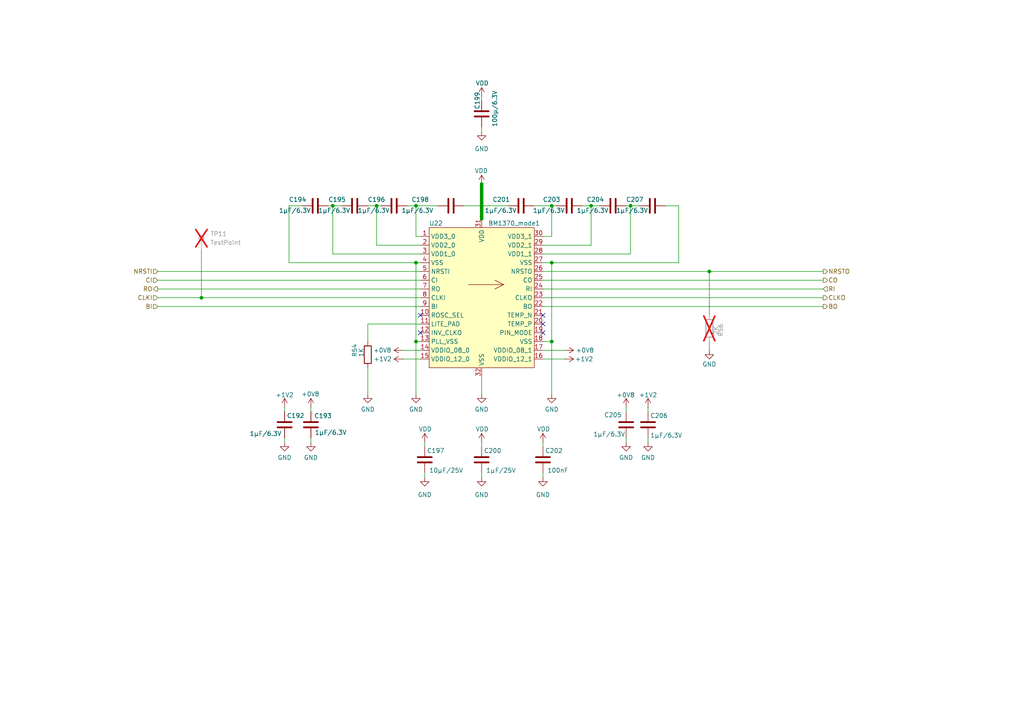
<source format=kicad_sch>
(kicad_sch (version 20231120) (generator "eeschema") (generator_version "8.0")
  (paper "A4")
  (lib_symbols
    (symbol "Connector:TestPoint" (pin_numbers hide) (pin_names (offset 0.762) hide)
      (property "Reference" "TP" (at 0 6.858 0))
      (property "Value" "TestPoint" (at 0 5.08 0))
      (symbol "TestPoint_0_1"
        (circle (center 0 3.302) (radius 0.762))
      )
      (symbol "TestPoint_1_1"
        (pin passive line (at 0 0 90) (length 2.54) (name "1") (number "1"))
      )
    )
    (symbol "Device:C" (pin_numbers hide) (pin_names (offset 0.254))
      (property "Reference" "C" (at 0.635 2.54 0))
      (property "Value" "C" (at 0.635 -2.54 0))
      (symbol "C_0_1"
        (polyline (pts (xy -2.032 -0.762) (xy 2.032 -0.762)) (stroke (width 0.508)))
        (polyline (pts (xy -2.032 0.762) (xy 2.032 0.762)) (stroke (width 0.508)))
      )
      (symbol "C_1_1"
        (pin passive line (at 0 3.81 270) (length 2.794) (name "~") (number "1"))
        (pin passive line (at 0 -3.81 90) (length 2.794) (name "~") (number "2"))
      )
    )
    (symbol "Device:R" (pin_numbers hide) (pin_names (offset 0))
      (property "Reference" "R" (at 2.032 0 90))
      (property "Value" "R" (at 0 0 90))
      (symbol "R_0_1"
        (rectangle (start -1.016 -2.54) (end 1.016 2.54) (stroke (width 0.254)))
      )
      (symbol "R_1_1"
        (pin passive line (at 0 3.81 270) (length 1.27) (name "~") (number "1"))
        (pin passive line (at 0 -3.81 90) (length 1.27) (name "~") (number "2"))
      )
    )
    (symbol "GND_7" (power) (pin_names (offset 0))
      (property "Value" "GND_7" (at 0 -3.81 0))
      (symbol "GND_7_0_1"
        (polyline (pts (xy 0 0) (xy 0 -1.27) (xy 1.27 -1.27) (xy 0 -2.54) (xy -1.27 -1.27) (xy 0 -1.27)))
      )
      (symbol "GND_7_1_1"
        (pin power_in line (at 0 0 270) (length 0) hide (name "GND") (number "1"))
      )
    )
    (symbol "bitaxe:BM1370_mode1"
      (property "Reference" "U4" (at -15.24 21.59 0))
      (property "Value" "BM1370_mode1" (at 1.905 21.59 0))
      (symbol "BM1370_mode1_0_1"
        (rectangle (start -15.24 20.32) (end 15.24 -20.32) (fill (type background)))
        (polyline (pts (xy -3.81 3.81) (xy 6.35 3.81)))
        (polyline (pts (xy 3.81 2.54) (xy 6.35 3.81)))
        (polyline (pts (xy 3.81 5.08) (xy 6.35 3.81)))
      )
      (symbol "BM1370_mode1_1_1"
        (pin power_in line (at -17.78 17.78 0) (length 2.54) (name "VDD3_0") (number "1"))
        (pin unspecified line (at -17.78 -5.08 0) (length 2.54) (name "ROSC_SEL") (number "10"))
        (pin unspecified line (at -17.78 -7.62 0) (length 2.54) (name "LITE_PAD") (number "11"))
        (pin unspecified line (at -17.78 -10.16 0) (length 2.54) (name "INV_CLKO") (number "12"))
        (pin power_in line (at -17.78 -12.7 0) (length 2.54) (name "PLL_VSS") (number "13"))
        (pin power_in line (at -17.78 -15.24 0) (length 2.54) (name "VDDIO_08_0") (number "14"))
        (pin power_in line (at -17.78 -17.78 0) (length 2.54) (name "VDDIO_12_0") (number "15"))
        (pin power_in line (at 17.78 -17.78 180) (length 2.54) (name "VDDIO_12_1") (number "16"))
        (pin power_in line (at 17.78 -15.24 180) (length 2.54) (name "VDDIO_08_1") (number "17"))
        (pin power_in line (at 17.78 -12.7 180) (length 2.54) (name "VSS") (number "18"))
        (pin input line (at 17.78 -10.16 180) (length 2.54) (name "PIN_MODE") (number "19"))
        (pin power_in line (at -17.78 15.24 0) (length 2.54) (name "VDD2_0") (number "2"))
        (pin unspecified line (at 17.78 -7.62 180) (length 2.54) (name "TEMP_P") (number "20"))
        (pin unspecified line (at 17.78 -5.08 180) (length 2.54) (name "TEMP_N") (number "21"))
        (pin output line (at 17.78 -2.54 180) (length 2.54) (name "BO") (number "22"))
        (pin output line (at 17.78 0 180) (length 2.54) (name "CLKO") (number "23"))
        (pin input line (at 17.78 2.54 180) (length 2.54) (name "RI") (number "24"))
        (pin output line (at 17.78 5.08 180) (length 2.54) (name "CO") (number "25"))
        (pin output line (at 17.78 7.62 180) (length 2.54) (name "NRSTO") (number "26"))
        (pin power_in line (at 17.78 10.16 180) (length 2.54) (name "VSS") (number "27"))
        (pin power_in line (at 17.78 12.7 180) (length 2.54) (name "VDD1_1") (number "28"))
        (pin power_in line (at 17.78 15.24 180) (length 2.54) (name "VDD2_1") (number "29"))
        (pin power_in line (at -17.78 12.7 0) (length 2.54) (name "VDD1_0") (number "3"))
        (pin power_in line (at 17.78 17.78 180) (length 2.54) (name "VDD3_1") (number "30"))
        (pin power_in line (at 0 22.86 270) (length 2.54) (name "VDD") (number "31"))
        (pin power_in line (at 0 -22.86 90) (length 2.54) (name "VSS") (number "32"))
        (pin power_in line (at -17.78 10.16 0) (length 2.54) (name "VSS") (number "4"))
        (pin input line (at -17.78 7.62 0) (length 2.54) (name "NRSTI") (number "5"))
        (pin input line (at -17.78 5.08 0) (length 2.54) (name "CI") (number "6"))
        (pin output line (at -17.78 2.54 0) (length 2.54) (name "RO") (number "7"))
        (pin input line (at -17.78 0 0) (length 2.54) (name "CLKI") (number "8"))
        (pin input line (at -17.78 -2.54 0) (length 2.54) (name "BI") (number "9"))
      )
    )
    (symbol "mylib7:+0V8" (power) (exclude_from_sim yes) (in_bom no) (on_board no)
      (property "Value" "+0V8" (at 0 3.175 90))
      (symbol "+0V8_0_1"
        (polyline (pts (xy -0.762 1.27) (xy 0 2.54)))
        (polyline (pts (xy 0 0) (xy 0 2.54)))
        (polyline (pts (xy 0 2.54) (xy 0.762 1.27)))
      )
      (symbol "+0V8_1_1"
        (pin power_in line (at 0 0 90) (length 0) hide (name "+0V8") (number "1"))
      )
    )
    (symbol "power:+1V2" (power) (pin_numbers hide) (pin_names (offset 0) hide)
      (property "Value" "+1V2" (at 0 3.556 0))
      (symbol "+1V2_0_1"
        (polyline (pts (xy -0.762 1.27) (xy 0 2.54)))
        (polyline (pts (xy 0 0) (xy 0 2.54)))
        (polyline (pts (xy 0 2.54) (xy 0.762 1.27)))
      )
      (symbol "+1V2_1_1"
        (pin power_in line (at 0 0 90) (length 0) (name "~") (number "1"))
      )
    )
    (symbol "power:GND" (power) (pin_names (offset 0))
      (property "Value" "GND" (at 0 -3.81 0))
      (symbol "GND_0_1"
        (polyline (pts (xy 0 0) (xy 0 -1.27) (xy 1.27 -1.27) (xy 0 -2.54) (xy -1.27 -1.27) (xy 0 -1.27)))
      )
      (symbol "GND_1_1"
        (pin power_in line (at 0 0 270) (length 0) hide (name "GND") (number "1"))
      )
    )
    (symbol "power:VDD" (power) (pin_numbers hide) (pin_names (offset 0) hide)
      (property "Value" "VDD" (at 0 3.556 0))
      (symbol "VDD_0_1"
        (polyline (pts (xy -0.762 1.27) (xy 0 2.54)))
        (polyline (pts (xy 0 0) (xy 0 2.54)))
        (polyline (pts (xy 0 2.54) (xy 0.762 1.27)))
      )
      (symbol "VDD_1_1"
        (pin power_in line (at 0 0 90) (length 0) (name "~") (number "1"))
      )
    )
  )
  (junction (at 109.22 59.69))
  (junction (at 160.02 59.69))
  (junction (at 120.65 99.06))
  (junction (at 205.74 78.74))
  (junction (at 139.7 59.69))
  (junction (at 120.65 59.69))
  (junction (at 171.45 59.69))
  (junction (at 160.02 76.2))
  (junction (at 120.65 76.2))
  (junction (at 58.42 86.36))
  (junction (at 160.02 99.06))
  (junction (at 182.88 59.69))
  (junction (at 96.52 59.69))
  (no_connect (at 157.48 91.44))
  (no_connect (at 157.48 96.52))
  (no_connect (at 157.48 93.98))
  (no_connect (at 121.92 91.44))
  (no_connect (at 121.92 96.52))
  (wire (pts (xy 157.48 73.66) (xy 182.88 73.66)))
  (wire (pts (xy 157.48 137.16) (xy 157.48 138.43)))
  (wire (pts (xy 196.85 59.69) (xy 193.04 59.69)))
  (wire (pts (xy 116.84 104.14) (xy 121.92 104.14)))
  (wire (pts (xy 139.7 137.16) (xy 139.7 138.43)))
  (wire (pts (xy 139.7 59.69) (xy 139.7 63.5)) (stroke (width 1)))
  (wire (pts (xy 139.7 109.22) (xy 139.7 114.3)))
  (wire (pts (xy 196.85 76.2) (xy 196.85 59.69)))
  (wire (pts (xy 181.61 59.69) (xy 182.88 59.69)))
  (wire (pts (xy 160.02 76.2) (xy 196.85 76.2)))
  (wire (pts (xy 160.02 99.06) (xy 160.02 114.3)))
  (wire (pts (xy 120.65 99.06) (xy 120.65 114.3)))
  (wire (pts (xy 120.65 76.2) (xy 120.65 99.06)))
  (wire (pts (xy 120.65 76.2) (xy 83.82 76.2)))
  (wire (pts (xy 90.17 118.11) (xy 90.17 119.38)))
  (wire (pts (xy 106.68 93.98) (xy 106.68 99.06)))
  (wire (pts (xy 109.22 59.69) (xy 110.49 59.69)))
  (wire (pts (xy 157.48 88.9) (xy 238.76 88.9)))
  (wire (pts (xy 187.96 118.11) (xy 187.96 119.38)))
  (wire (pts (xy 139.7 59.69) (xy 139.7 63.5)))
  (wire (pts (xy 154.94 59.69) (xy 160.02 59.69)))
  (wire (pts (xy 58.42 72.39) (xy 58.42 86.36)))
  (wire (pts (xy 157.48 68.58) (xy 160.02 68.58)))
  (wire (pts (xy 181.61 118.11) (xy 181.61 119.38)))
  (wire (pts (xy 83.82 76.2) (xy 83.82 59.69)))
  (wire (pts (xy 139.7 27.94) (xy 139.7 29.21)))
  (wire (pts (xy 171.45 71.12) (xy 171.45 59.69)))
  (wire (pts (xy 96.52 59.69) (xy 99.06 59.69)))
  (wire (pts (xy 157.48 101.6) (xy 163.83 101.6)))
  (wire (pts (xy 120.65 59.69) (xy 127 59.69)))
  (wire (pts (xy 181.61 127) (xy 181.61 128.27)))
  (wire (pts (xy 106.68 93.98) (xy 121.92 93.98)))
  (wire (pts (xy 96.52 73.66) (xy 121.92 73.66)))
  (wire (pts (xy 157.48 76.2) (xy 160.02 76.2)))
  (wire (pts (xy 96.52 73.66) (xy 96.52 59.69)))
  (wire (pts (xy 157.48 104.14) (xy 163.83 104.14)))
  (wire (pts (xy 139.7 53.34) (xy 139.7 59.69)) (stroke (width 1)))
  (wire (pts (xy 106.68 106.68) (xy 106.68 114.3)))
  (wire (pts (xy 45.72 86.36) (xy 58.42 86.36)))
  (wire (pts (xy 182.88 59.69) (xy 185.42 59.69)))
  (wire (pts (xy 83.82 59.69) (xy 87.63 59.69)))
  (wire (pts (xy 157.48 81.28) (xy 238.76 81.28)))
  (wire (pts (xy 168.91 59.69) (xy 171.45 59.69)))
  (wire (pts (xy 109.22 71.12) (xy 109.22 59.69)))
  (wire (pts (xy 157.48 71.12) (xy 171.45 71.12)))
  (wire (pts (xy 120.65 68.58) (xy 121.92 68.58)))
  (wire (pts (xy 205.74 99.06) (xy 205.74 101.6)))
  (wire (pts (xy 116.84 101.6) (xy 121.92 101.6)))
  (wire (pts (xy 45.72 88.9) (xy 121.92 88.9)))
  (wire (pts (xy 160.02 59.69) (xy 161.29 59.69)))
  (wire (pts (xy 106.68 59.69) (xy 109.22 59.69)))
  (wire (pts (xy 109.22 71.12) (xy 121.92 71.12)))
  (wire (pts (xy 58.42 86.36) (xy 121.92 86.36)))
  (wire (pts (xy 123.19 128.27) (xy 123.19 129.54)))
  (wire (pts (xy 134.62 59.69) (xy 139.7 59.69)))
  (wire (pts (xy 157.48 86.36) (xy 238.76 86.36)))
  (wire (pts (xy 45.72 83.82) (xy 121.92 83.82)))
  (wire (pts (xy 123.19 137.16) (xy 123.19 138.43)))
  (wire (pts (xy 182.88 73.66) (xy 182.88 59.69)))
  (wire (pts (xy 187.96 127) (xy 187.96 128.27)))
  (wire (pts (xy 171.45 59.69) (xy 173.99 59.69)))
  (wire (pts (xy 95.25 59.69) (xy 96.52 59.69)))
  (wire (pts (xy 90.17 127) (xy 90.17 128.27)))
  (wire (pts (xy 205.74 78.74) (xy 205.74 91.44)))
  (wire (pts (xy 120.65 99.06) (xy 121.92 99.06)))
  (wire (pts (xy 160.02 68.58) (xy 160.02 59.69)))
  (wire (pts (xy 82.55 127) (xy 82.55 128.27)))
  (wire (pts (xy 157.48 78.74) (xy 205.74 78.74)))
  (wire (pts (xy 45.72 81.28) (xy 121.92 81.28)))
  (wire (pts (xy 157.48 128.27) (xy 157.48 129.54)))
  (wire (pts (xy 118.11 59.69) (xy 120.65 59.69)))
  (wire (pts (xy 157.48 99.06) (xy 160.02 99.06)))
  (wire (pts (xy 205.74 78.74) (xy 238.76 78.74)))
  (wire (pts (xy 139.7 128.27) (xy 139.7 129.54)))
  (wire (pts (xy 160.02 76.2) (xy 160.02 99.06)))
  (wire (pts (xy 157.48 83.82) (xy 238.76 83.82)))
  (wire (pts (xy 139.7 59.69) (xy 147.32 59.69)))
  (wire (pts (xy 82.55 118.11) (xy 82.55 119.38)))
  (wire (pts (xy 120.65 59.69) (xy 120.65 68.58)))
  (wire (pts (xy 121.92 76.2) (xy 120.65 76.2)))
  (wire (pts (xy 45.72 78.74) (xy 121.92 78.74)))
  (wire (pts (xy 139.7 36.83) (xy 139.7 38.1)))
  (hierarchical_label "NRSTO" (shape output) (at 238.76 78.74 0))
  (hierarchical_label "RI" (shape input) (at 238.76 83.82 0))
  (hierarchical_label "BI" (shape input) (at 45.72 88.9 180))
  (hierarchical_label "CLKO" (shape output) (at 238.76 86.36 0))
  (hierarchical_label "CI" (shape input) (at 45.72 81.28 180))
  (hierarchical_label "BO" (shape output) (at 238.76 88.9 0))
  (hierarchical_label "CO" (shape output) (at 238.76 81.28 0))
  (hierarchical_label "RO" (shape output) (at 45.72 83.82 180))
  (hierarchical_label "NRSTI" (shape input) (at 45.72 78.74 180))
  (hierarchical_label "CLKI" (shape input) (at 45.72 86.36 180))
  (symbol (lib_id "power:VDD") (at 157.48 128.27 0) (unit 1)
    (property "Reference" "#PWR0328" (effects (hide yes)))
    (property "Value" "VDD" (at 155.702 124.46 0) (effects (justify left)))
    (property "Description" "Power symbol creates a global label with name \"VDD\"" (effects (hide yes)))
    (instances (project "EKO_NerdOCTAXE-GammaFork" (path "" (reference "#PWR0328") (unit 1)) (path "" (reference "#PWR0466") (unit 1)) (path "" (reference "#PWR0133") (unit 1)) (path "" (reference "#PWR0443") (unit 1)) (path "" (reference "#PWR0156") (unit 1)) (path "" (reference "#PWR0257") (unit 1)) (path "" (reference "#PWR0202") (unit 1)) (path "" (reference "#PWR0397") (unit 1)) (path "" (reference "#PWR0351") (unit 1)) (path "" (reference "#PWR0179") (unit 1)) (path "" (reference "#PWR0420") (unit 1)) (path "" (reference "#PWR0374") (unit 1))))
  )
  (symbol (lib_id "Device:C") (at 165.1 59.69 90) (unit 1)
    (property "Reference" "C203" (at 162.56 57.15 90) (effects (justify left bottom)))
    (property "Value" "1µF/6.3V" (at 163.83 60.325 90) (effects (justify left bottom)))
    (property "Footprint" "Capacitor_SMD:C_0603_1608Metric_Pad1.08x0.95mm_HandSolder" (effects (hide yes)))
    (property "Manufacturer" "CL10A105KQ8NNNC" (effects (hide yes)))
    (property "P/N MOUSER" "187-CL10A105KQ8NNNC" (effects (hide yes)))
    (property "P/N LCSC" "C105524" (effects (hide yes)))
    (instances (project "EKO_NerdOCTAXE-GammaFork" (path "" (reference "C203") (unit 1)) (path "" (reference "C299") (unit 1)) (path "" (reference "C88") (unit 1)) (path "" (reference "C283") (unit 1)) (path "" (reference "C104") (unit 1)) (path "" (reference "C157") (unit 1)) (path "" (reference "C136") (unit 1)) (path "" (reference "C251") (unit 1)) (path "" (reference "C219") (unit 1)) (path "" (reference "C120") (unit 1)) (path "" (reference "C267") (unit 1)) (path "" (reference "C235") (unit 1))))
  )
  (symbol (lib_id "power:GND") (at 106.68 114.3 0) (mirror y) (unit 1)
    (property "Reference" "#PWR0317" (effects (hide yes)))
    (property "Value" "GND" (at 106.68 118.745 0))
    (instances (project "EKO_NerdOCTAXE-GammaFork" (path "" (reference "#PWR0317") (unit 1)) (path "" (reference "#PWR0455") (unit 1)) (path "" (reference "#PWR0122") (unit 1)) (path "" (reference "#PWR0432") (unit 1)) (path "" (reference "#PWR0145") (unit 1)) (path "" (reference "#PWR0246") (unit 1)) (path "" (reference "#PWR0191") (unit 1)) (path "" (reference "#PWR0386") (unit 1)) (path "" (reference "#PWR0340") (unit 1)) (path "" (reference "#PWR0168") (unit 1)) (path "" (reference "#PWR0409") (unit 1)) (path "" (reference "#PWR0363") (unit 1))))
  )
  (symbol (lib_id "Device:C") (at 139.7 133.35 0) (unit 1)
    (property "Reference" "C200" (at 140.335 131.445 0) (effects (justify left bottom)))
    (property "Value" "1µF/25V" (at 140.97 137.16 0) (effects (justify left bottom)))
    (property "Footprint" "Capacitor_SMD:C_0805_2012Metric" (effects (hide yes)))
    (property "Manufacturer" "CL21B105KAFNNNE" (effects (hide yes)))
    (property "P/N MOUSER" "187-CL21B105KAFNNNE" (effects (hide yes)))
    (property "P/N LCSC" "C344171" (effects (hide yes)))
    (instances (project "EKO_NerdOCTAXE-GammaFork" (path "" (reference "C200") (unit 1)) (path "" (reference "C296") (unit 1)) (path "" (reference "C85") (unit 1)) (path "" (reference "C280") (unit 1)) (path "" (reference "C101") (unit 1)) (path "" (reference "C154") (unit 1)) (path "" (reference "C133") (unit 1)) (path "" (reference "C248") (unit 1)) (path "" (reference "C216") (unit 1)) (path "" (reference "C117") (unit 1)) (path "" (reference "C264") (unit 1)) (path "" (reference "C232") (unit 1))))
  )
  (symbol (lib_id "power:GND") (at 205.74 101.6 0) (mirror y) (unit 1)
    (property "Reference" "#PWR0336" (effects (hide yes)))
    (property "Value" "GND" (at 205.74 105.664 0))
    (instances (project "EKO_NerdOCTAXE-GammaFork" (path "" (reference "#PWR0336") (unit 1)) (path "" (reference "#PWR0474") (unit 1)) (path "" (reference "#PWR0141") (unit 1)) (path "" (reference "#PWR0451") (unit 1)) (path "" (reference "#PWR0164") (unit 1)) (path "" (reference "#PWR0265") (unit 1)) (path "" (reference "#PWR0210") (unit 1)) (path "" (reference "#PWR0405") (unit 1)) (path "" (reference "#PWR0359") (unit 1)) (path "" (reference "#PWR0187") (unit 1)) (path "" (reference "#PWR0428") (unit 1)) (path "" (reference "#PWR0382") (unit 1))))
  )
  (symbol (lib_id "Device:C") (at 82.55 123.19 0) (unit 1)
    (property "Reference" "C192" (at 83.185 121.285 0) (effects (justify left bottom)))
    (property "Value" "1µF/6.3V" (at 72.39 126.492 0) (effects (justify left bottom)))
    (property "Footprint" "Capacitor_SMD:C_0603_1608Metric_Pad1.08x0.95mm_HandSolder" (effects (hide yes)))
    (property "Manufacturer" "CL10A105KQ8NNNC" (effects (hide yes)))
    (property "P/N MOUSER" "187-CL10A105KQ8NNNC" (effects (hide yes)))
    (property "P/N LCSC" "C105524" (effects (hide yes)))
    (instances (project "EKO_NerdOCTAXE-GammaFork" (path "" (reference "C192") (unit 1)) (path "" (reference "C288") (unit 1)) (path "" (reference "C77") (unit 1)) (path "" (reference "C272") (unit 1)) (path "" (reference "C93") (unit 1)) (path "" (reference "C146") (unit 1)) (path "" (reference "C125") (unit 1)) (path "" (reference "C240") (unit 1)) (path "" (reference "C208") (unit 1)) (path "" (reference "C109") (unit 1)) (path "" (reference "C256") (unit 1)) (path "" (reference "C224") (unit 1))))
  )
  (symbol (lib_id "bitaxe:BM1370_mode1") (at 139.7 86.36 0) (unit 1)
    (property "Reference" "U22" (at 124.46 64.77 0) (effects (justify left)))
    (property "Value" "BM1370_mode1" (at 141.605 64.77 0) (effects (justify left)))
    (property "Footprint" "EKO_Miner_ASIClib:BM1370" (effects (hide yes)))
    (property "Manufacturer" "BM1370" (effects (hide yes)))
    (instances (project "EKO_NerdOCTAXE-GammaFork" (path "" (reference "U22") (unit 1)) (path "" (reference "U28") (unit 1)) (path "" (reference "U7") (unit 1)) (path "" (reference "U27") (unit 1)) (path "" (reference "U8") (unit 1)) (path "" (reference "U15") (unit 1)) (path "" (reference "U10") (unit 1)) (path "" (reference "U25") (unit 1)) (path "" (reference "U23") (unit 1)) (path "" (reference "U9") (unit 1)) (path "" (reference "U26") (unit 1)) (path "" (reference "U24") (unit 1))))
  )
  (symbol (lib_id "Device:C") (at 151.13 59.69 90) (unit 1)
    (property "Reference" "C201" (at 147.955 57.15 90) (effects (justify left bottom)))
    (property "Value" "1µF/6.3V" (at 149.86 60.325 90) (effects (justify left bottom)))
    (property "Footprint" "Capacitor_SMD:C_0603_1608Metric_Pad1.08x0.95mm_HandSolder" (effects (hide yes)))
    (property "Manufacturer" "CL10A105KQ8NNNC" (effects (hide yes)))
    (property "P/N MOUSER" "187-CL10A105KQ8NNNC" (effects (hide yes)))
    (property "P/N LCSC" "C105524" (effects (hide yes)))
    (instances (project "EKO_NerdOCTAXE-GammaFork" (path "" (reference "C201") (unit 1)) (path "" (reference "C297") (unit 1)) (path "" (reference "C86") (unit 1)) (path "" (reference "C281") (unit 1)) (path "" (reference "C102") (unit 1)) (path "" (reference "C155") (unit 1)) (path "" (reference "C134") (unit 1)) (path "" (reference "C249") (unit 1)) (path "" (reference "C217") (unit 1)) (path "" (reference "C118") (unit 1)) (path "" (reference "C265") (unit 1)) (path "" (reference "C233") (unit 1))))
  )
  (symbol (lib_id "power:+1V2") (at 163.83 104.14 270) (unit 1)
    (property "Reference" "#PWR0331" (effects (hide yes)))
    (property "Value" "+1V2" (at 169.418 104.14 90))
    (property "Description" "Power symbol creates a global label with name \"+1V2\"" (effects (hide yes)))
    (instances (project "EKO_NerdOCTAXE-GammaFork" (path "" (reference "#PWR0331") (unit 1)) (path "" (reference "#PWR0469") (unit 1)) (path "" (reference "#PWR0136") (unit 1)) (path "" (reference "#PWR0446") (unit 1)) (path "" (reference "#PWR0159") (unit 1)) (path "" (reference "#PWR0260") (unit 1)) (path "" (reference "#PWR0205") (unit 1)) (path "" (reference "#PWR0400") (unit 1)) (path "" (reference "#PWR0354") (unit 1)) (path "" (reference "#PWR0182") (unit 1)) (path "" (reference "#PWR0423") (unit 1)) (path "" (reference "#PWR0377") (unit 1))))
  )
  (symbol (lib_name "GND_7") (lib_id "power:GND") (at 139.7 138.43 0) (unit 1)
    (property "Reference" "#PWR0327" (effects (hide yes)))
    (property "Value" "GND" (at 139.7 143.51 0))
    (instances (project "EKO_NerdOCTAXE-GammaFork" (path "" (reference "#PWR0327") (unit 1)) (path "" (reference "#PWR0465") (unit 1)) (path "" (reference "#PWR0132") (unit 1)) (path "" (reference "#PWR0442") (unit 1)) (path "" (reference "#PWR0155") (unit 1)) (path "" (reference "#PWR0256") (unit 1)) (path "" (reference "#PWR0201") (unit 1)) (path "" (reference "#PWR0396") (unit 1)) (path "" (reference "#PWR0350") (unit 1)) (path "" (reference "#PWR0178") (unit 1)) (path "" (reference "#PWR0419") (unit 1)) (path "" (reference "#PWR0373") (unit 1))))
  )
  (symbol (lib_id "power:GND") (at 120.65 114.3 0) (mirror y) (unit 1)
    (property "Reference" "#PWR0319" (effects (hide yes)))
    (property "Value" "GND" (at 120.65 118.745 0))
    (instances (project "EKO_NerdOCTAXE-GammaFork" (path "" (reference "#PWR0319") (unit 1)) (path "" (reference "#PWR0457") (unit 1)) (path "" (reference "#PWR0124") (unit 1)) (path "" (reference "#PWR0434") (unit 1)) (path "" (reference "#PWR0147") (unit 1)) (path "" (reference "#PWR0248") (unit 1)) (path "" (reference "#PWR0193") (unit 1)) (path "" (reference "#PWR0388") (unit 1)) (path "" (reference "#PWR0342") (unit 1)) (path "" (reference "#PWR0170") (unit 1)) (path "" (reference "#PWR0411") (unit 1)) (path "" (reference "#PWR0365") (unit 1))))
  )
  (symbol (lib_id "mylib7:+0V8") (at 116.84 101.6 90) (unit 1)
    (property "Reference" "#U024" (effects (hide yes)))
    (property "Value" "+0V8" (at 113.538 101.6 90) (effects (justify left)))
    (property "Distributor" "-" (effects (hide yes)))
    (instances (project "EKO_NerdOCTAXE-GammaFork" (path "" (reference "#U024") (unit 1)) (path "" (reference "#U048") (unit 1)) (path "" (reference "#U04") (unit 1)) (path "" (reference "#U044") (unit 1)) (path "" (reference "#U08") (unit 1)) (path "" (reference "#U020") (unit 1)) (path "" (reference "#U016") (unit 1)) (path "" (reference "#U036") (unit 1)) (path "" (reference "#U028") (unit 1)) (path "" (reference "#U012") (unit 1)) (path "" (reference "#U040") (unit 1)) (path "" (reference "#U032") (unit 1))))
  )
  (symbol (lib_id "power:+1V2") (at 116.84 104.14 90) (unit 1)
    (property "Reference" "#PWR0318" (effects (hide yes)))
    (property "Value" "+1V2" (at 110.998 104.14 90))
    (property "Description" "Power symbol creates a global label with name \"+1V2\"" (effects (hide yes)))
    (instances (project "EKO_NerdOCTAXE-GammaFork" (path "" (reference "#PWR0318") (unit 1)) (path "" (reference "#PWR0456") (unit 1)) (path "" (reference "#PWR0123") (unit 1)) (path "" (reference "#PWR0433") (unit 1)) (path "" (reference "#PWR0146") (unit 1)) (path "" (reference "#PWR0247") (unit 1)) (path "" (reference "#PWR0192") (unit 1)) (path "" (reference "#PWR0387") (unit 1)) (path "" (reference "#PWR0341") (unit 1)) (path "" (reference "#PWR0169") (unit 1)) (path "" (reference "#PWR0410") (unit 1)) (path "" (reference "#PWR0364") (unit 1))))
  )
  (symbol (lib_id "power:VDD") (at 123.19 128.27 0) (unit 1)
    (property "Reference" "#PWR0320" (effects (hide yes)))
    (property "Value" "VDD" (at 121.412 124.46 0) (effects (justify left)))
    (property "Description" "Power symbol creates a global label with name \"VDD\"" (effects (hide yes)))
    (instances (project "EKO_NerdOCTAXE-GammaFork" (path "" (reference "#PWR0320") (unit 1)) (path "" (reference "#PWR0458") (unit 1)) (path "" (reference "#PWR0125") (unit 1)) (path "" (reference "#PWR0435") (unit 1)) (path "" (reference "#PWR0148") (unit 1)) (path "" (reference "#PWR0249") (unit 1)) (path "" (reference "#PWR0194") (unit 1)) (path "" (reference "#PWR0389") (unit 1)) (path "" (reference "#PWR0343") (unit 1)) (path "" (reference "#PWR0171") (unit 1)) (path "" (reference "#PWR0412") (unit 1)) (path "" (reference "#PWR0366") (unit 1))))
  )
  (symbol (lib_id "Device:C") (at 187.96 123.19 0) (unit 1)
    (property "Reference" "C206" (at 188.595 121.285 0) (effects (justify left bottom)))
    (property "Value" "1µF/6.3V" (at 188.595 127 0) (effects (justify left bottom)))
    (property "Footprint" "Capacitor_SMD:C_0603_1608Metric_Pad1.08x0.95mm_HandSolder" (effects (hide yes)))
    (property "Manufacturer" "CL10A105KQ8NNNC" (effects (hide yes)))
    (property "P/N MOUSER" "187-CL10A105KQ8NNNC" (effects (hide yes)))
    (property "P/N LCSC" "C105524" (effects (hide yes)))
    (instances (project "EKO_NerdOCTAXE-GammaFork" (path "" (reference "C206") (unit 1)) (path "" (reference "C302") (unit 1)) (path "" (reference "C91") (unit 1)) (path "" (reference "C286") (unit 1)) (path "" (reference "C107") (unit 1)) (path "" (reference "C160") (unit 1)) (path "" (reference "C139") (unit 1)) (path "" (reference "C254") (unit 1)) (path "" (reference "C222") (unit 1)) (path "" (reference "C123") (unit 1)) (path "" (reference "C270") (unit 1)) (path "" (reference "C238") (unit 1))))
  )
  (symbol (lib_id "power:VDD") (at 139.7 128.27 0) (unit 1)
    (property "Reference" "#PWR0326" (effects (hide yes)))
    (property "Value" "VDD" (at 137.922 124.46 0) (effects (justify left)))
    (property "Description" "Power symbol creates a global label with name \"VDD\"" (effects (hide yes)))
    (instances (project "EKO_NerdOCTAXE-GammaFork" (path "" (reference "#PWR0326") (unit 1)) (path "" (reference "#PWR0464") (unit 1)) (path "" (reference "#PWR0131") (unit 1)) (path "" (reference "#PWR0441") (unit 1)) (path "" (reference "#PWR0154") (unit 1)) (path "" (reference "#PWR0255") (unit 1)) (path "" (reference "#PWR0200") (unit 1)) (path "" (reference "#PWR0395") (unit 1)) (path "" (reference "#PWR0349") (unit 1)) (path "" (reference "#PWR0177") (unit 1)) (path "" (reference "#PWR0418") (unit 1)) (path "" (reference "#PWR0372") (unit 1))))
  )
  (symbol (lib_id "power:GND") (at 187.96 128.27 0) (mirror y) (unit 1)
    (property "Reference" "#PWR0334" (effects (hide yes)))
    (property "Value" "GND" (at 187.96 132.715 0))
    (instances (project "EKO_NerdOCTAXE-GammaFork" (path "" (reference "#PWR0334") (unit 1)) (path "" (reference "#PWR0472") (unit 1)) (path "" (reference "#PWR0139") (unit 1)) (path "" (reference "#PWR0449") (unit 1)) (path "" (reference "#PWR0162") (unit 1)) (path "" (reference "#PWR0263") (unit 1)) (path "" (reference "#PWR0208") (unit 1)) (path "" (reference "#PWR0403") (unit 1)) (path "" (reference "#PWR0357") (unit 1)) (path "" (reference "#PWR0185") (unit 1)) (path "" (reference "#PWR0426") (unit 1)) (path "" (reference "#PWR0380") (unit 1))))
  )
  (symbol (lib_id "power:VDD") (at 139.7 27.94 0) (unit 1)
    (property "Reference" "#PWR0322" (effects (hide yes)))
    (property "Value" "VDD" (at 137.922 24.13 0) (effects (justify left)))
    (property "Description" "Power symbol creates a global label with name \"VDD\"" (effects (hide yes)))
    (instances (project "EKO_NerdOCTAXE-GammaFork" (path "" (reference "#PWR0322") (unit 1)) (path "" (reference "#PWR0460") (unit 1)) (path "" (reference "#PWR0127") (unit 1)) (path "" (reference "#PWR0437") (unit 1)) (path "" (reference "#PWR0150") (unit 1)) (path "" (reference "#PWR0251") (unit 1)) (path "" (reference "#PWR0196") (unit 1)) (path "" (reference "#PWR0391") (unit 1)) (path "" (reference "#PWR0345") (unit 1)) (path "" (reference "#PWR0173") (unit 1)) (path "" (reference "#PWR0414") (unit 1)) (path "" (reference "#PWR0368") (unit 1))))
  )
  (symbol (lib_name "GND_7") (lib_id "power:GND") (at 123.19 138.43 0) (unit 1)
    (property "Reference" "#PWR0321" (effects (hide yes)))
    (property "Value" "GND" (at 123.19 143.51 0))
    (instances (project "EKO_NerdOCTAXE-GammaFork" (path "" (reference "#PWR0321") (unit 1)) (path "" (reference "#PWR0459") (unit 1)) (path "" (reference "#PWR0126") (unit 1)) (path "" (reference "#PWR0436") (unit 1)) (path "" (reference "#PWR0149") (unit 1)) (path "" (reference "#PWR0250") (unit 1)) (path "" (reference "#PWR0195") (unit 1)) (path "" (reference "#PWR0390") (unit 1)) (path "" (reference "#PWR0344") (unit 1)) (path "" (reference "#PWR0172") (unit 1)) (path "" (reference "#PWR0413") (unit 1)) (path "" (reference "#PWR0367") (unit 1))))
  )
  (symbol (lib_id "Device:C") (at 177.8 59.69 90) (unit 1)
    (property "Reference" "C204" (at 175.26 57.15 90) (effects (justify left bottom)))
    (property "Value" "1µF/6.3V" (at 176.53 60.325 90) (effects (justify left bottom)))
    (property "Footprint" "Capacitor_SMD:C_0603_1608Metric_Pad1.08x0.95mm_HandSolder" (effects (hide yes)))
    (property "Manufacturer" "CL10A105KQ8NNNC" (effects (hide yes)))
    (property "P/N MOUSER" "187-CL10A105KQ8NNNC" (effects (hide yes)))
    (property "P/N LCSC" "C105524" (effects (hide yes)))
    (instances (project "EKO_NerdOCTAXE-GammaFork" (path "" (reference "C204") (unit 1)) (path "" (reference "C300") (unit 1)) (path "" (reference "C89") (unit 1)) (path "" (reference "C284") (unit 1)) (path "" (reference "C105") (unit 1)) (path "" (reference "C158") (unit 1)) (path "" (reference "C137") (unit 1)) (path "" (reference "C252") (unit 1)) (path "" (reference "C220") (unit 1)) (path "" (reference "C121") (unit 1)) (path "" (reference "C268") (unit 1)) (path "" (reference "C236") (unit 1))))
  )
  (symbol (lib_id "Device:C") (at 91.44 59.69 90) (unit 1)
    (property "Reference" "C194" (at 88.9 57.15 90) (effects (justify left bottom)))
    (property "Value" "1µF/6.3V" (at 90.17 60.325 90) (effects (justify left bottom)))
    (property "Footprint" "Capacitor_SMD:C_0603_1608Metric_Pad1.08x0.95mm_HandSolder" (effects (hide yes)))
    (property "Manufacturer" "CL10A105KQ8NNNC" (effects (hide yes)))
    (property "P/N MOUSER" "187-CL10A105KQ8NNNC" (effects (hide yes)))
    (property "P/N LCSC" "C105524" (effects (hide yes)))
    (instances (project "EKO_NerdOCTAXE-GammaFork" (path "" (reference "C194") (unit 1)) (path "" (reference "C290") (unit 1)) (path "" (reference "C79") (unit 1)) (path "" (reference "C274") (unit 1)) (path "" (reference "C95") (unit 1)) (path "" (reference "C148") (unit 1)) (path "" (reference "C127") (unit 1)) (path "" (reference "C242") (unit 1)) (path "" (reference "C210") (unit 1)) (path "" (reference "C111") (unit 1)) (path "" (reference "C258") (unit 1)) (path "" (reference "C226") (unit 1))))
  )
  (symbol (lib_id "Connector:TestPoint") (at 58.42 72.39 0) (unit 1) (dnp yes)
    (property "Reference" "TP11" (at 60.96 67.8179 0) (effects (justify left)))
    (property "Value" "TestPoint" (at 60.96 70.3579 0) (effects (justify left)))
    (property "Footprint" "TestPoint:TestPoint_Pad_D1.0mm" (effects (hide yes)))
    (property "Description" "test point" (effects (hide yes)))
    (instances (project "EKO_NerdOCTAXE-GammaFork" (path "" (reference "TP11") (unit 1)) (path "" (reference "TP17") (unit 1)) (path "" (reference "TP6") (unit 1)) (path "" (reference "TP16") (unit 1)) (path "" (reference "TP7") (unit 1)) (path "" (reference "TP10") (unit 1)) (path "" (reference "TP9") (unit 1)) (path "" (reference "TP14") (unit 1)) (path "" (reference "TP12") (unit 1)) (path "" (reference "TP8") (unit 1)) (path "" (reference "TP15") (unit 1)) (path "" (reference "TP13") (unit 1))))
  )
  (symbol (lib_id "Device:C") (at 102.87 59.69 90) (unit 1)
    (property "Reference" "C195" (at 100.33 57.15 90) (effects (justify left bottom)))
    (property "Value" "1µF/6.3V" (at 101.6 60.325 90) (effects (justify left bottom)))
    (property "Footprint" "Capacitor_SMD:C_0603_1608Metric_Pad1.08x0.95mm_HandSolder" (effects (hide yes)))
    (property "Manufacturer" "CL10A105KQ8NNNC" (effects (hide yes)))
    (property "P/N MOUSER" "187-CL10A105KQ8NNNC" (effects (hide yes)))
    (property "P/N LCSC" "C105524" (effects (hide yes)))
    (instances (project "EKO_NerdOCTAXE-GammaFork" (path "" (reference "C195") (unit 1)) (path "" (reference "C291") (unit 1)) (path "" (reference "C80") (unit 1)) (path "" (reference "C275") (unit 1)) (path "" (reference "C96") (unit 1)) (path "" (reference "C149") (unit 1)) (path "" (reference "C128") (unit 1)) (path "" (reference "C243") (unit 1)) (path "" (reference "C211") (unit 1)) (path "" (reference "C112") (unit 1)) (path "" (reference "C259") (unit 1)) (path "" (reference "C227") (unit 1))))
  )
  (symbol (lib_id "Device:C") (at 189.23 59.69 90) (unit 1)
    (property "Reference" "C207" (at 186.69 57.15 90) (effects (justify left bottom)))
    (property "Value" "1µF/6.3V" (at 187.96 60.325 90) (effects (justify left bottom)))
    (property "Footprint" "Capacitor_SMD:C_0603_1608Metric_Pad1.08x0.95mm_HandSolder" (effects (hide yes)))
    (property "Manufacturer" "CL10A105KQ8NNNC" (effects (hide yes)))
    (property "P/N MOUSER" "187-CL10A105KQ8NNNC" (effects (hide yes)))
    (property "P/N LCSC" "C105524" (effects (hide yes)))
    (instances (project "EKO_NerdOCTAXE-GammaFork" (path "" (reference "C207") (unit 1)) (path "" (reference "C303") (unit 1)) (path "" (reference "C92") (unit 1)) (path "" (reference "C287") (unit 1)) (path "" (reference "C108") (unit 1)) (path "" (reference "C161") (unit 1)) (path "" (reference "C140") (unit 1)) (path "" (reference "C255") (unit 1)) (path "" (reference "C223") (unit 1)) (path "" (reference "C124") (unit 1)) (path "" (reference "C271") (unit 1)) (path "" (reference "C239") (unit 1))))
  )
  (symbol (lib_id "power:GND") (at 181.61 128.27 0) (mirror y) (unit 1)
    (property "Reference" "#PWR0332" (effects (hide yes)))
    (property "Value" "GND" (at 181.61 132.715 0))
    (instances (project "EKO_NerdOCTAXE-GammaFork" (path "" (reference "#PWR0332") (unit 1)) (path "" (reference "#PWR0470") (unit 1)) (path "" (reference "#PWR0137") (unit 1)) (path "" (reference "#PWR0447") (unit 1)) (path "" (reference "#PWR0160") (unit 1)) (path "" (reference "#PWR0261") (unit 1)) (path "" (reference "#PWR0206") (unit 1)) (path "" (reference "#PWR0401") (unit 1)) (path "" (reference "#PWR0355") (unit 1)) (path "" (reference "#PWR0183") (unit 1)) (path "" (reference "#PWR0424") (unit 1)) (path "" (reference "#PWR0378") (unit 1))))
  )
  (symbol (lib_id "mylib7:+0V8") (at 181.61 118.11 0) (unit 1)
    (property "Reference" "#U026" (effects (hide yes)))
    (property "Value" "+0V8" (at 178.816 114.554 0) (effects (justify left)))
    (property "Distributor" "-" (effects (hide yes)))
    (instances (project "EKO_NerdOCTAXE-GammaFork" (path "" (reference "#U026") (unit 1)) (path "" (reference "#U050") (unit 1)) (path "" (reference "#U06") (unit 1)) (path "" (reference "#U046") (unit 1)) (path "" (reference "#U010") (unit 1)) (path "" (reference "#U022") (unit 1)) (path "" (reference "#U018") (unit 1)) (path "" (reference "#U038") (unit 1)) (path "" (reference "#U030") (unit 1)) (path "" (reference "#U014") (unit 1)) (path "" (reference "#U042") (unit 1)) (path "" (reference "#U034") (unit 1))))
  )
  (symbol (lib_id "Device:R") (at 106.68 102.87 0) (mirror y) (unit 1)
    (property "Reference" "R54" (at 102.87 101.6 90))
    (property "Value" "1K" (at 104.775 102.235 90))
    (property "Footprint" "Resistor_SMD:R_0805_2012Metric" (effects (hide yes)))
    (property "Manufacturer" "RNCP0805FTD1K00" (effects (hide yes)))
    (property "P/N MOUSER" "708-RNCP0805FTD1K00" (effects (hide yes)))
    (property "P/N LCSC" "C17513" (effects (hide yes)))
    (instances (project "EKO_NerdOCTAXE-GammaFork" (path "" (reference "R54") (unit 1)) (path "" (reference "R72") (unit 1)) (path "" (reference "R20") (unit 1)) (path "" (reference "R69") (unit 1)) (path "" (reference "R23") (unit 1)) (path "" (reference "R39") (unit 1)) (path "" (reference "R29") (unit 1)) (path "" (reference "R63") (unit 1)) (path "" (reference "R57") (unit 1)) (path "" (reference "R26") (unit 1)) (path "" (reference "R66") (unit 1)) (path "" (reference "R60") (unit 1))))
  )
  (symbol (lib_id "mylib7:+0V8") (at 163.83 101.6 270) (unit 1)
    (property "Reference" "#U025" (effects (hide yes)))
    (property "Value" "+0V8" (at 167.005 101.6 90) (effects (justify left)))
    (property "Distributor" "-" (effects (hide yes)))
    (instances (project "EKO_NerdOCTAXE-GammaFork" (path "" (reference "#U025") (unit 1)) (path "" (reference "#U049") (unit 1)) (path "" (reference "#U05") (unit 1)) (path "" (reference "#U045") (unit 1)) (path "" (reference "#U09") (unit 1)) (path "" (reference "#U021") (unit 1)) (path "" (reference "#U017") (unit 1)) (path "" (reference "#U037") (unit 1)) (path "" (reference "#U029") (unit 1)) (path "" (reference "#U013") (unit 1)) (path "" (reference "#U041") (unit 1)) (path "" (reference "#U033") (unit 1))))
  )
  (symbol (lib_id "Device:C") (at 181.61 123.19 180) (unit 1)
    (property "Reference" "C205" (at 180.34 119.634 0) (effects (justify left bottom)))
    (property "Value" "1µF/6.3V" (at 181.356 125.222 0) (effects (justify left bottom)))
    (property "Footprint" "Capacitor_SMD:C_0603_1608Metric_Pad1.08x0.95mm_HandSolder" (effects (hide yes)))
    (property "Manufacturer" "CL10A105KQ8NNNC" (effects (hide yes)))
    (property "P/N MOUSER" "187-CL10A105KQ8NNNC" (effects (hide yes)))
    (property "P/N LCSC" "C105524" (effects (hide yes)))
    (instances (project "EKO_NerdOCTAXE-GammaFork" (path "" (reference "C205") (unit 1)) (path "" (reference "C301") (unit 1)) (path "" (reference "C90") (unit 1)) (path "" (reference "C285") (unit 1)) (path "" (reference "C106") (unit 1)) (path "" (reference "C159") (unit 1)) (path "" (reference "C138") (unit 1)) (path "" (reference "C253") (unit 1)) (path "" (reference "C221") (unit 1)) (path "" (reference "C122") (unit 1)) (path "" (reference "C269") (unit 1)) (path "" (reference "C237") (unit 1))))
  )
  (symbol (lib_id "power:GND") (at 160.02 114.3 0) (mirror y) (unit 1)
    (property "Reference" "#PWR0330" (effects (hide yes)))
    (property "Value" "GND" (at 160.02 118.745 0))
    (instances (project "EKO_NerdOCTAXE-GammaFork" (path "" (reference "#PWR0330") (unit 1)) (path "" (reference "#PWR0468") (unit 1)) (path "" (reference "#PWR0135") (unit 1)) (path "" (reference "#PWR0445") (unit 1)) (path "" (reference "#PWR0158") (unit 1)) (path "" (reference "#PWR0259") (unit 1)) (path "" (reference "#PWR0204") (unit 1)) (path "" (reference "#PWR0399") (unit 1)) (path "" (reference "#PWR0353") (unit 1)) (path "" (reference "#PWR0181") (unit 1)) (path "" (reference "#PWR0422") (unit 1)) (path "" (reference "#PWR0376") (unit 1))))
  )
  (symbol (lib_id "power:+1V2") (at 187.96 118.11 0) (unit 1)
    (property "Reference" "#PWR0333" (effects (hide yes)))
    (property "Value" "+1V2" (at 187.96 114.554 0))
    (property "Description" "Power symbol creates a global label with name \"+1V2\"" (effects (hide yes)))
    (instances (project "EKO_NerdOCTAXE-GammaFork" (path "" (reference "#PWR0333") (unit 1)) (path "" (reference "#PWR0471") (unit 1)) (path "" (reference "#PWR0138") (unit 1)) (path "" (reference "#PWR0448") (unit 1)) (path "" (reference "#PWR0161") (unit 1)) (path "" (reference "#PWR0262") (unit 1)) (path "" (reference "#PWR0207") (unit 1)) (path "" (reference "#PWR0402") (unit 1)) (path "" (reference "#PWR0356") (unit 1)) (path "" (reference "#PWR0184") (unit 1)) (path "" (reference "#PWR0425") (unit 1)) (path "" (reference "#PWR0379") (unit 1))))
  )
  (symbol (lib_id "Device:C") (at 90.17 123.19 180) (unit 1)
    (property "Reference" "C193" (at 96.266 119.888 0) (effects (justify left bottom)))
    (property "Value" "1µF/6.3V" (at 100.584 124.714 0) (effects (justify left bottom)))
    (property "Footprint" "Capacitor_SMD:C_0603_1608Metric_Pad1.08x0.95mm_HandSolder" (effects (hide yes)))
    (property "Manufacturer" "CL10A105KQ8NNNC" (effects (hide yes)))
    (property "P/N MOUSER" "187-CL10A105KQ8NNNC" (effects (hide yes)))
    (property "P/N LCSC" "C105524" (effects (hide yes)))
    (instances (project "EKO_NerdOCTAXE-GammaFork" (path "" (reference "C193") (unit 1)) (path "" (reference "C289") (unit 1)) (path "" (reference "C78") (unit 1)) (path "" (reference "C273") (unit 1)) (path "" (reference "C94") (unit 1)) (path "" (reference "C147") (unit 1)) (path "" (reference "C126") (unit 1)) (path "" (reference "C241") (unit 1)) (path "" (reference "C209") (unit 1)) (path "" (reference "C110") (unit 1)) (path "" (reference "C257") (unit 1)) (path "" (reference "C225") (unit 1))))
  )
  (symbol (lib_id "power:GND") (at 82.55 128.27 0) (mirror y) (unit 1)
    (property "Reference" "#PWR0315" (effects (hide yes)))
    (property "Value" "GND" (at 82.55 132.715 0))
    (instances (project "EKO_NerdOCTAXE-GammaFork" (path "" (reference "#PWR0315") (unit 1)) (path "" (reference "#PWR0453") (unit 1)) (path "" (reference "#PWR0120") (unit 1)) (path "" (reference "#PWR0430") (unit 1)) (path "" (reference "#PWR0143") (unit 1)) (path "" (reference "#PWR0244") (unit 1)) (path "" (reference "#PWR0189") (unit 1)) (path "" (reference "#PWR0384") (unit 1)) (path "" (reference "#PWR0338") (unit 1)) (path "" (reference "#PWR0166") (unit 1)) (path "" (reference "#PWR0407") (unit 1)) (path "" (reference "#PWR0361") (unit 1))))
  )
  (symbol (lib_id "power:+1V2") (at 82.55 118.11 0) (unit 1)
    (property "Reference" "#PWR0314" (effects (hide yes)))
    (property "Value" "+1V2" (at 82.55 114.554 0))
    (property "Description" "Power symbol creates a global label with name \"+1V2\"" (effects (hide yes)))
    (instances (project "EKO_NerdOCTAXE-GammaFork" (path "" (reference "#PWR0314") (unit 1)) (path "" (reference "#PWR0452") (unit 1)) (path "" (reference "#PWR0119") (unit 1)) (path "" (reference "#PWR0429") (unit 1)) (path "" (reference "#PWR0142") (unit 1)) (path "" (reference "#PWR0243") (unit 1)) (path "" (reference "#PWR0188") (unit 1)) (path "" (reference "#PWR0383") (unit 1)) (path "" (reference "#PWR0337") (unit 1)) (path "" (reference "#PWR0165") (unit 1)) (path "" (reference "#PWR0406") (unit 1)) (path "" (reference "#PWR0360") (unit 1))))
  )
  (symbol (lib_id "Device:C") (at 130.81 59.69 90) (unit 1)
    (property "Reference" "C198" (at 124.46 57.15 90) (effects (justify left bottom)))
    (property "Value" "1µF/6.3V" (at 125.73 60.325 90) (effects (justify left bottom)))
    (property "Footprint" "Capacitor_SMD:C_0603_1608Metric_Pad1.08x0.95mm_HandSolder" (effects (hide yes)))
    (property "Manufacturer" "CL10A105KQ8NNNC" (effects (hide yes)))
    (property "P/N MOUSER" "187-CL10A105KQ8NNNC" (effects (hide yes)))
    (property "P/N LCSC" "C105524" (effects (hide yes)))
    (instances (project "EKO_NerdOCTAXE-GammaFork" (path "" (reference "C198") (unit 1)) (path "" (reference "C294") (unit 1)) (path "" (reference "C83") (unit 1)) (path "" (reference "C278") (unit 1)) (path "" (reference "C99") (unit 1)) (path "" (reference "C152") (unit 1)) (path "" (reference "C131") (unit 1)) (path "" (reference "C246") (unit 1)) (path "" (reference "C214") (unit 1)) (path "" (reference "C115") (unit 1)) (path "" (reference "C262") (unit 1)) (path "" (reference "C230") (unit 1))))
  )
  (symbol (lib_id "power:GND") (at 139.7 114.3 0) (mirror y) (unit 1)
    (property "Reference" "#PWR0325" (effects (hide yes)))
    (property "Value" "GND" (at 139.7 118.745 0))
    (instances (project "EKO_NerdOCTAXE-GammaFork" (path "" (reference "#PWR0325") (unit 1)) (path "" (reference "#PWR0463") (unit 1)) (path "" (reference "#PWR0130") (unit 1)) (path "" (reference "#PWR0440") (unit 1)) (path "" (reference "#PWR0153") (unit 1)) (path "" (reference "#PWR0254") (unit 1)) (path "" (reference "#PWR0199") (unit 1)) (path "" (reference "#PWR0394") (unit 1)) (path "" (reference "#PWR0348") (unit 1)) (path "" (reference "#PWR0176") (unit 1)) (path "" (reference "#PWR0417") (unit 1)) (path "" (reference "#PWR0371") (unit 1))))
  )
  (symbol (lib_id "power:GND") (at 90.17 128.27 0) (mirror y) (unit 1)
    (property "Reference" "#PWR0316" (effects (hide yes)))
    (property "Value" "GND" (at 90.17 132.715 0))
    (instances (project "EKO_NerdOCTAXE-GammaFork" (path "" (reference "#PWR0316") (unit 1)) (path "" (reference "#PWR0454") (unit 1)) (path "" (reference "#PWR0121") (unit 1)) (path "" (reference "#PWR0431") (unit 1)) (path "" (reference "#PWR0144") (unit 1)) (path "" (reference "#PWR0245") (unit 1)) (path "" (reference "#PWR0190") (unit 1)) (path "" (reference "#PWR0385") (unit 1)) (path "" (reference "#PWR0339") (unit 1)) (path "" (reference "#PWR0167") (unit 1)) (path "" (reference "#PWR0408") (unit 1)) (path "" (reference "#PWR0362") (unit 1))))
  )
  (symbol (lib_id "Device:C") (at 139.7 33.02 0) (unit 1)
    (property "Reference" "C199" (at 138.43 31.75 90) (effects (justify left)))
    (property "Value" "100µ/6.3V" (at 143.51 36.83 90) (effects (justify left)))
    (property "Footprint" "Capacitor_SMD:C_1206_3216Metric" (effects (hide yes)))
    (property "Manufacturer" "CL31A107MQHNNWE" (effects (hide yes)))
    (property "P/N MOUSER" "187-CL31A107MQHNNWE" (effects (hide yes)))
    (property "P/N LCSC" "C15008" (effects (hide yes)))
    (instances (project "EKO_NerdOCTAXE-GammaFork" (path "" (reference "C199") (unit 1)) (path "" (reference "C295") (unit 1)) (path "" (reference "C84") (unit 1)) (path "" (reference "C279") (unit 1)) (path "" (reference "C100") (unit 1)) (path "" (reference "C153") (unit 1)) (path "" (reference "C132") (unit 1)) (path "" (reference "C247") (unit 1)) (path "" (reference "C215") (unit 1)) (path "" (reference "C116") (unit 1)) (path "" (reference "C263") (unit 1)) (path "" (reference "C231") (unit 1))))
  )
  (symbol (lib_id "power:GND") (at 139.7 38.1 0) (mirror y) (unit 1)
    (property "Reference" "#PWR0323" (effects (hide yes)))
    (property "Value" "GND" (at 139.7 43.18 0))
    (instances (project "EKO_NerdOCTAXE-GammaFork" (path "" (reference "#PWR0323") (unit 1)) (path "" (reference "#PWR0461") (unit 1)) (path "" (reference "#PWR0128") (unit 1)) (path "" (reference "#PWR0438") (unit 1)) (path "" (reference "#PWR0151") (unit 1)) (path "" (reference "#PWR0252") (unit 1)) (path "" (reference "#PWR0197") (unit 1)) (path "" (reference "#PWR0392") (unit 1)) (path "" (reference "#PWR0346") (unit 1)) (path "" (reference "#PWR0174") (unit 1)) (path "" (reference "#PWR0415") (unit 1)) (path "" (reference "#PWR0369") (unit 1))))
  )
  (symbol (lib_id "Device:C") (at 123.19 133.35 0) (unit 1)
    (property "Reference" "C197" (at 123.825 131.445 0) (effects (justify left bottom)))
    (property "Value" "10µF/25V" (at 124.46 137.16 0) (effects (justify left bottom)))
    (property "Footprint" "Capacitor_SMD:C_0805_2012Metric" (effects (hide yes)))
    (property "Manufacturer" "TMK212BBJ106MG-T" (effects (hide yes)))
    (property "P/N MOUSER" "963-TMK212BBJ106MG-T" (effects (hide yes)))
    (property "P/N LCSC" "C6119887" (effects (hide yes)))
    (instances (project "EKO_NerdOCTAXE-GammaFork" (path "" (reference "C197") (unit 1)) (path "" (reference "C293") (unit 1)) (path "" (reference "C82") (unit 1)) (path "" (reference "C277") (unit 1)) (path "" (reference "C98") (unit 1)) (path "" (reference "C151") (unit 1)) (path "" (reference "C130") (unit 1)) (path "" (reference "C245") (unit 1)) (path "" (reference "C213") (unit 1)) (path "" (reference "C114") (unit 1)) (path "" (reference "C261") (unit 1)) (path "" (reference "C229") (unit 1))))
  )
  (symbol (lib_id "mylib7:+0V8") (at 90.17 118.11 0) (unit 1)
    (property "Reference" "#U023" (effects (hide yes)))
    (property "Value" "+0V8" (at 87.376 114.3 0) (effects (justify left)))
    (property "Distributor" "-" (effects (hide yes)))
    (instances (project "EKO_NerdOCTAXE-GammaFork" (path "" (reference "#U023") (unit 1)) (path "" (reference "#U047") (unit 1)) (path "" (reference "#U03") (unit 1)) (path "" (reference "#U043") (unit 1)) (path "" (reference "#U07") (unit 1)) (path "" (reference "#U019") (unit 1)) (path "" (reference "#U015") (unit 1)) (path "" (reference "#U035") (unit 1)) (path "" (reference "#U027") (unit 1)) (path "" (reference "#U011") (unit 1)) (path "" (reference "#U039") (unit 1)) (path "" (reference "#U031") (unit 1))))
  )
  (symbol (lib_id "Device:C") (at 157.48 133.35 0) (unit 1)
    (property "Reference" "C202" (at 158.115 131.445 0) (effects (justify left bottom)))
    (property "Value" "100nF" (at 158.75 137.16 0) (effects (justify left bottom)))
    (property "Footprint" "Capacitor_SMD:C_0805_2012Metric" (effects (hide yes)))
    (property "Manufacturer" "0805B104M101CT" (effects (hide yes)))
    (property "P/N DIGIKEY" "311-3037-1-ND" (effects (hide yes)))
    (property "P/N MOUSER" "791-0805B104M101CT" (effects (hide yes)))
    (property "P/N LCSC" "C476766" (effects (hide yes)))
    (instances (project "EKO_NerdOCTAXE-GammaFork" (path "" (reference "C202") (unit 1)) (path "" (reference "C298") (unit 1)) (path "" (reference "C87") (unit 1)) (path "" (reference "C282") (unit 1)) (path "" (reference "C103") (unit 1)) (path "" (reference "C156") (unit 1)) (path "" (reference "C135") (unit 1)) (path "" (reference "C250") (unit 1)) (path "" (reference "C218") (unit 1)) (path "" (reference "C119") (unit 1)) (path "" (reference "C266") (unit 1)) (path "" (reference "C234") (unit 1))))
  )
  (symbol (lib_id "power:VDD") (at 139.7 53.34 0) (unit 1)
    (property "Reference" "#PWR0324" (effects (hide yes)))
    (property "Value" "VDD" (at 137.668 49.53 0) (effects (justify left)))
    (property "Description" "Power symbol creates a global label with name \"VDD\"" (effects (hide yes)))
    (instances (project "EKO_NerdOCTAXE-GammaFork" (path "" (reference "#PWR0324") (unit 1)) (path "" (reference "#PWR0462") (unit 1)) (path "" (reference "#PWR0129") (unit 1)) (path "" (reference "#PWR0439") (unit 1)) (path "" (reference "#PWR0152") (unit 1)) (path "" (reference "#PWR0253") (unit 1)) (path "" (reference "#PWR0198") (unit 1)) (path "" (reference "#PWR0393") (unit 1)) (path "" (reference "#PWR0347") (unit 1)) (path "" (reference "#PWR0175") (unit 1)) (path "" (reference "#PWR0416") (unit 1)) (path "" (reference "#PWR0370") (unit 1))))
  )
  (symbol (lib_id "Device:C") (at 114.3 59.69 90) (unit 1)
    (property "Reference" "C196" (at 111.76 57.15 90) (effects (justify left bottom)))
    (property "Value" "1µF/6.3V" (at 113.03 60.325 90) (effects (justify left bottom)))
    (property "Footprint" "Capacitor_SMD:C_0603_1608Metric_Pad1.08x0.95mm_HandSolder" (effects (hide yes)))
    (property "Manufacturer" "CL10A105KQ8NNNC" (effects (hide yes)))
    (property "P/N MOUSER" "187-CL10A105KQ8NNNC" (effects (hide yes)))
    (property "P/N LCSC" "C105524" (effects (hide yes)))
    (instances (project "EKO_NerdOCTAXE-GammaFork" (path "" (reference "C196") (unit 1)) (path "" (reference "C292") (unit 1)) (path "" (reference "C81") (unit 1)) (path "" (reference "C276") (unit 1)) (path "" (reference "C97") (unit 1)) (path "" (reference "C150") (unit 1)) (path "" (reference "C129") (unit 1)) (path "" (reference "C244") (unit 1)) (path "" (reference "C212") (unit 1)) (path "" (reference "C113") (unit 1)) (path "" (reference "C260") (unit 1)) (path "" (reference "C228") (unit 1))))
  )
  (symbol (lib_name "GND_7") (lib_id "power:GND") (at 157.48 138.43 0) (unit 1)
    (property "Reference" "#PWR0329" (effects (hide yes)))
    (property "Value" "GND" (at 157.48 143.51 0))
    (instances (project "EKO_NerdOCTAXE-GammaFork" (path "" (reference "#PWR0329") (unit 1)) (path "" (reference "#PWR0467") (unit 1)) (path "" (reference "#PWR0134") (unit 1)) (path "" (reference "#PWR0444") (unit 1)) (path "" (reference "#PWR0157") (unit 1)) (path "" (reference "#PWR0258") (unit 1)) (path "" (reference "#PWR0203") (unit 1)) (path "" (reference "#PWR0398") (unit 1)) (path "" (reference "#PWR0352") (unit 1)) (path "" (reference "#PWR0180") (unit 1)) (path "" (reference "#PWR0421") (unit 1)) (path "" (reference "#PWR0375") (unit 1))))
  )
  (symbol (lib_id "Device:R") (at 205.74 95.25 0) (mirror x) (unit 1) (dnp yes)
    (property "Reference" "R56" (at 209.042 95.758 90))
    (property "Value" "2K" (at 207.645 95.885 90))
    (property "Footprint" "Resistor_SMD:R_0805_2012Metric" (effects (hide yes)))
    (property "Manufacturer" "CR0805-FX-2001ELF" (effects (hide yes)))
    (property "P/N MOUSER" "652-CR0805FX-2001ELF" (effects (hide yes)))
    (property "P/N LCSC" "C17604" (effects (hide yes)))
    (instances (project "EKO_NerdOCTAXE-GammaFork" (path "" (reference "R56") (unit 1)) (path "" (reference "R74") (unit 1)) (path "" (reference "R22") (unit 1)) (path "" (reference "R71") (unit 1)) (path "" (reference "R25") (unit 1)) (path "" (reference "R41") (unit 1)) (path "" (reference "R31") (unit 1)) (path "" (reference "R65") (unit 1)) (path "" (reference "R59") (unit 1)) (path "" (reference "R28") (unit 1)) (path "" (reference "R68") (unit 1)) (path "" (reference "R62") (unit 1))))
  )
)
</source>
